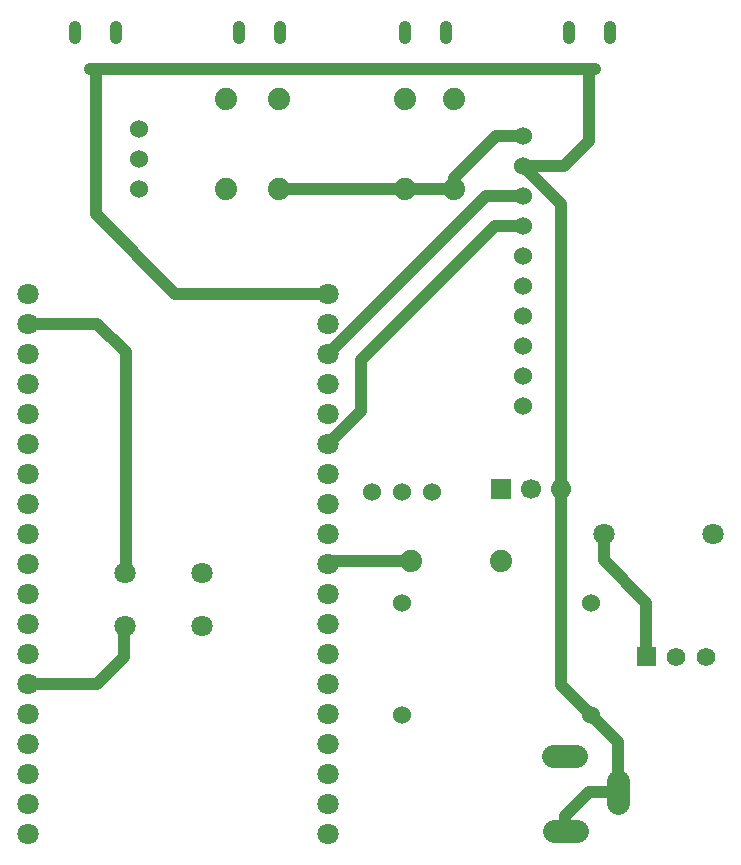
<source format=gbl>
G04 Layer: BottomLayer*
G04 EasyEDA v6.4.19.5, 2021-06-22T13:22:06+02:00*
G04 8d010e87a7914041b3697a5a1e0c44dd,1767a0bbb58a490299b52c1c45d7117c,10*
G04 Gerber Generator version 0.2*
G04 Scale: 100 percent, Rotated: No, Reflected: No *
G04 Dimensions in millimeters *
G04 leading zeros omitted , absolute positions ,4 integer and 5 decimal *
%FSLAX45Y45*%
%MOMM*%

%ADD11C,1.0000*%
%ADD12C,1.5240*%
%ADD13C,1.8796*%
%ADD15C,1.7000*%
%ADD16C,1.5748*%
%ADD18C,1.8000*%
%ADD19C,1.9050*%

%LPD*%
D11*
X3898900Y-1905000D02*
G01*
X4318000Y-1905000D01*
X2832100Y-1905000D02*
G01*
X3898900Y-1905000D01*
X4318000Y-1905000D02*
G01*
X4318000Y-1816100D01*
X4673600Y-1460500D01*
X4902200Y-1460500D01*
X5461000Y-891595D02*
G01*
X5461000Y-1498600D01*
X5245100Y-1714500D01*
X4902200Y-1714500D01*
X4076700Y-891590D02*
G01*
X5461000Y-891595D01*
X2667000Y-891590D02*
G01*
X4076700Y-891590D01*
X1282700Y-891590D02*
G01*
X2667000Y-891590D01*
X5257800Y-7340600D02*
G01*
X5257800Y-7213600D01*
X5461000Y-7010400D01*
X5702300Y-7010400D01*
X711200Y-3048000D02*
G01*
X1295400Y-3048000D01*
X1536700Y-3289300D01*
X1536700Y-5152136D01*
X1529079Y-5159755D01*
X4902200Y-1968500D02*
G01*
X4584700Y-1968500D01*
X3251200Y-3302000D01*
X4902200Y-2222500D02*
G01*
X4660900Y-2222500D01*
X3530600Y-3352800D01*
X3530600Y-3784600D01*
X3251200Y-4064000D01*
X5219700Y-4445000D02*
G01*
X5219700Y-2032000D01*
X4902200Y-1714500D01*
X3949700Y-5054600D02*
G01*
X3276600Y-5054600D01*
X3251200Y-5080000D01*
X1282700Y-891590D02*
G01*
X1282700Y-2120900D01*
X1955800Y-2794000D01*
X3251200Y-2794000D01*
X711200Y-6096000D02*
G01*
X1295400Y-6096000D01*
X1524000Y-5867400D01*
X1524000Y-5614923D01*
X1529079Y-5609844D01*
X5702300Y-7010400D02*
G01*
X5702300Y-6588760D01*
X5473700Y-6360160D01*
X5473700Y-6360157D02*
G01*
X5219700Y-6106157D01*
X5219700Y-4445000D01*
X5585206Y-4826000D02*
G01*
X5585206Y-5051805D01*
X5943600Y-5410200D01*
X5943600Y-5867400D01*
D12*
G01*
X1651000Y-1397000D03*
G01*
X1651000Y-1651000D03*
G01*
X1651000Y-1905000D03*
D13*
G01*
X4318000Y-1905000D03*
G01*
X4318000Y-1143000D03*
D12*
G01*
X3619500Y-4470400D03*
G01*
X3873500Y-4470400D03*
G01*
X4127500Y-4470400D03*
G36*
X4626711Y-4360011D02*
G01*
X4796688Y-4360011D01*
X4796688Y-4529988D01*
X4626711Y-4529988D01*
G37*
D15*
G01*
X4965700Y-4445000D03*
G01*
X5219700Y-4445000D03*
D13*
G01*
X2387600Y-1905000D03*
G01*
X2387600Y-1143000D03*
G01*
X2832100Y-1143000D03*
G01*
X2832100Y-1905000D03*
G01*
X3898900Y-1905000D03*
G01*
X3898900Y-1143000D03*
G01*
X3949700Y-5054600D03*
G01*
X4711700Y-5054600D03*
D16*
G01*
X6451600Y-5867400D03*
G01*
X6197600Y-5867400D03*
G36*
X5864859Y-5788660D02*
G01*
X6022340Y-5788660D01*
X6022340Y-5946139D01*
X5864859Y-5946139D01*
G37*
D12*
G01*
X5473700Y-5410200D03*
G01*
X5473700Y-6360160D03*
G01*
X3873754Y-5410200D03*
G01*
X3873754Y-6360160D03*
D18*
G01*
X6505193Y-4826000D03*
G01*
X5585206Y-4826000D03*
G01*
X711200Y-2794000D03*
G01*
X711200Y-3048000D03*
G01*
X711200Y-3302000D03*
G01*
X711200Y-3556000D03*
G01*
X711200Y-3810000D03*
G01*
X711200Y-4064000D03*
G01*
X711200Y-4318000D03*
G01*
X711200Y-4572000D03*
G01*
X711200Y-4826000D03*
G01*
X711200Y-5080000D03*
G01*
X711200Y-5334000D03*
G01*
X711200Y-5588000D03*
G01*
X711200Y-5842000D03*
G01*
X711200Y-6096000D03*
G01*
X711200Y-6350000D03*
G01*
X711200Y-6604000D03*
G01*
X711200Y-6858000D03*
G01*
X711200Y-7112000D03*
G01*
X711200Y-7366000D03*
G01*
X3251200Y-7366000D03*
G01*
X3251200Y-7112000D03*
G01*
X3251200Y-6858000D03*
G01*
X3251200Y-6604000D03*
G01*
X3251200Y-6350000D03*
G01*
X3251200Y-6096000D03*
G01*
X3251200Y-5842000D03*
G01*
X3251200Y-5588000D03*
G01*
X3251200Y-5334000D03*
G01*
X3251200Y-5080000D03*
G01*
X3251200Y-4826000D03*
G01*
X3251200Y-4572000D03*
G01*
X3251200Y-4318000D03*
G01*
X3251200Y-4064000D03*
G01*
X3251200Y-3810000D03*
G01*
X3251200Y-3556000D03*
G01*
X3251200Y-3302000D03*
G01*
X3251200Y-3048000D03*
G01*
X3251200Y-2794000D03*
G01*
X2179320Y-5159755D03*
G01*
X2179320Y-5609844D03*
G01*
X1529079Y-5159755D03*
G01*
X1529079Y-5609844D03*
D12*
G01*
X4902200Y-2476500D03*
G01*
X4902200Y-2222500D03*
G01*
X4902200Y-1968500D03*
G01*
X4902200Y-1714500D03*
G01*
X4902200Y-1460500D03*
G01*
X4902200Y-2730500D03*
G01*
X4902200Y-2984500D03*
G01*
X4902200Y-3238500D03*
G01*
X4902200Y-3746500D03*
G01*
X4902200Y-3492500D03*
D11*
X5411000Y-891590D02*
G01*
X5510999Y-891590D01*
X5636006Y-631609D02*
G01*
X5636006Y-531609D01*
X5285993Y-631609D02*
G01*
X5285993Y-531609D01*
X4026700Y-891590D02*
G01*
X4126699Y-891590D01*
X4251706Y-631609D02*
G01*
X4251706Y-531609D01*
X3901693Y-631609D02*
G01*
X3901693Y-531609D01*
X2617000Y-891590D02*
G01*
X2716999Y-891590D01*
X2842006Y-631609D02*
G01*
X2842006Y-531609D01*
X2491993Y-631609D02*
G01*
X2491993Y-531609D01*
X1232700Y-891590D02*
G01*
X1332699Y-891590D01*
X1457705Y-631609D02*
G01*
X1457705Y-531609D01*
X1107694Y-631609D02*
G01*
X1107694Y-531609D01*
D19*
X5702300Y-7105650D02*
G01*
X5702300Y-6915150D01*
X5162550Y-7340600D02*
G01*
X5353050Y-7340600D01*
X5156200Y-6710679D02*
G01*
X5346700Y-6710679D01*
M02*

</source>
